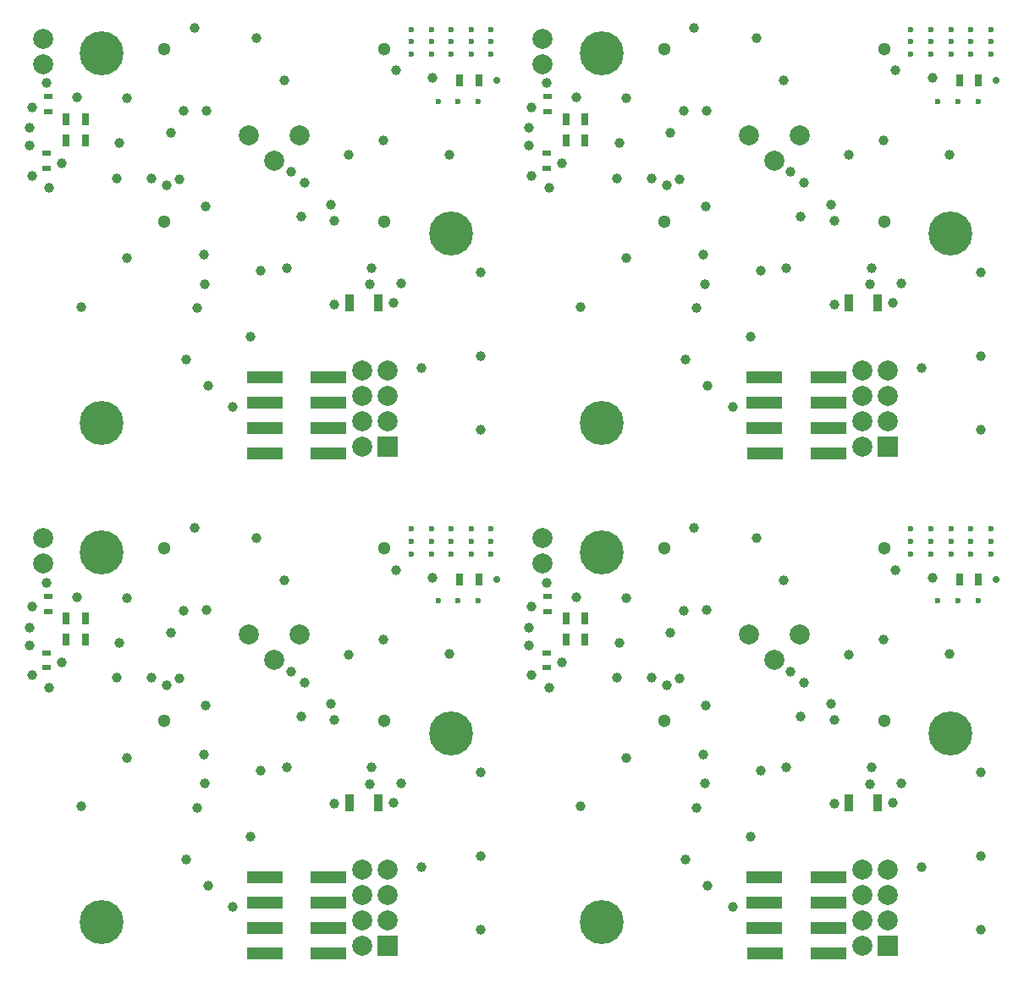
<source format=gbs>
G04 #@! TF.FileFunction,Soldermask,Bot*
%FSLAX46Y46*%
G04 Gerber Fmt 4.6, Leading zero omitted, Abs format (unit mm)*
G04 Created by KiCad (PCBNEW 4.0.4+dfsg1-stable) date Wed Mar  8 21:16:26 2017*
%MOMM*%
%LPD*%
G01*
G04 APERTURE LIST*
%ADD10C,0.100000*%
%ADD11R,0.700000X1.300000*%
%ADD12R,0.900000X1.700000*%
%ADD13R,0.900000X0.500000*%
%ADD14R,3.600000X1.270000*%
%ADD15C,2.000000*%
%ADD16C,1.300000*%
%ADD17R,2.000000X2.000000*%
%ADD18C,4.400000*%
%ADD19C,0.600000*%
%ADD20C,1.000000*%
%ADD21C,0.700000*%
G04 APERTURE END LIST*
D10*
D11*
X135900000Y-96900000D03*
X137800000Y-96900000D03*
X98450000Y-102900000D03*
X96550000Y-102900000D03*
X98450000Y-100800000D03*
X96550000Y-100800000D03*
D12*
X124850000Y-119200000D03*
X127750000Y-119200000D03*
D13*
X94700000Y-98550000D03*
X94700000Y-100050000D03*
X94600000Y-105700000D03*
X94600000Y-104200000D03*
D14*
X116400000Y-126660000D03*
X116400000Y-129200000D03*
X116400000Y-131740000D03*
X122800000Y-126660000D03*
X122800000Y-129200000D03*
X122775000Y-134280000D03*
X122800000Y-131740000D03*
X116425000Y-134280000D03*
D15*
X119900000Y-102400000D03*
X114820000Y-102400000D03*
X117360000Y-104940000D03*
D16*
X106360000Y-111050000D03*
X106360000Y-93750000D03*
X128360000Y-93750000D03*
X128360000Y-111050000D03*
D17*
X128700000Y-133540000D03*
D15*
X126160000Y-133540000D03*
X128700000Y-131000000D03*
X126160000Y-131000000D03*
X128700000Y-128460000D03*
X126160000Y-128460000D03*
X128700000Y-125920000D03*
X126160000Y-125920000D03*
D18*
X135000000Y-112250000D03*
D15*
X94200000Y-95270000D03*
X94200000Y-92730000D03*
D18*
X100100000Y-94200000D03*
X100100000Y-131200000D03*
D19*
X131050000Y-94300000D03*
X131050000Y-93050000D03*
X133750000Y-99000000D03*
X137750000Y-99000000D03*
X135750000Y-99000000D03*
X135050000Y-94300000D03*
X135050000Y-93050000D03*
X133050000Y-93050000D03*
X133050000Y-91800000D03*
X131050000Y-91800000D03*
X133050000Y-94300000D03*
X135050000Y-91800000D03*
X137050000Y-93050000D03*
X137050000Y-91800000D03*
X137050000Y-94300000D03*
X139050000Y-93050000D03*
X139050000Y-91800000D03*
X139050000Y-94300000D03*
D11*
X185900000Y-96900000D03*
X187800000Y-96900000D03*
X148450000Y-102900000D03*
X146550000Y-102900000D03*
X148450000Y-100800000D03*
X146550000Y-100800000D03*
D12*
X174850000Y-119200000D03*
X177750000Y-119200000D03*
D13*
X144700000Y-98550000D03*
X144700000Y-100050000D03*
X144600000Y-105700000D03*
X144600000Y-104200000D03*
D14*
X166400000Y-126660000D03*
X166400000Y-129200000D03*
X166400000Y-131740000D03*
X172800000Y-126660000D03*
X172800000Y-129200000D03*
X172775000Y-134280000D03*
X172800000Y-131740000D03*
X166425000Y-134280000D03*
D15*
X169900000Y-102400000D03*
X164820000Y-102400000D03*
X167360000Y-104940000D03*
D16*
X156360000Y-111050000D03*
X156360000Y-93750000D03*
X178360000Y-93750000D03*
X178360000Y-111050000D03*
D17*
X178700000Y-133540000D03*
D15*
X176160000Y-133540000D03*
X178700000Y-131000000D03*
X176160000Y-131000000D03*
X178700000Y-128460000D03*
X176160000Y-128460000D03*
X178700000Y-125920000D03*
X176160000Y-125920000D03*
D18*
X185000000Y-112250000D03*
D15*
X144200000Y-95270000D03*
X144200000Y-92730000D03*
D18*
X150100000Y-94200000D03*
X150100000Y-131200000D03*
D19*
X181050000Y-94300000D03*
X181050000Y-93050000D03*
X183750000Y-99000000D03*
X187750000Y-99000000D03*
X185750000Y-99000000D03*
X185050000Y-94300000D03*
X185050000Y-93050000D03*
X183050000Y-93050000D03*
X183050000Y-91800000D03*
X181050000Y-91800000D03*
X183050000Y-94300000D03*
X185050000Y-91800000D03*
X187050000Y-93050000D03*
X187050000Y-91800000D03*
X187050000Y-94300000D03*
X189050000Y-93050000D03*
X189050000Y-91800000D03*
X189050000Y-94300000D03*
D11*
X185900000Y-46900000D03*
X187800000Y-46900000D03*
X148450000Y-52900000D03*
X146550000Y-52900000D03*
X148450000Y-50800000D03*
X146550000Y-50800000D03*
D12*
X174850000Y-69200000D03*
X177750000Y-69200000D03*
D13*
X144700000Y-48550000D03*
X144700000Y-50050000D03*
X144600000Y-55700000D03*
X144600000Y-54200000D03*
D14*
X166400000Y-76660000D03*
X166400000Y-79200000D03*
X166400000Y-81740000D03*
X172800000Y-76660000D03*
X172800000Y-79200000D03*
X172775000Y-84280000D03*
X172800000Y-81740000D03*
X166425000Y-84280000D03*
D15*
X169900000Y-52400000D03*
X164820000Y-52400000D03*
X167360000Y-54940000D03*
D16*
X156360000Y-61050000D03*
X156360000Y-43750000D03*
X178360000Y-43750000D03*
X178360000Y-61050000D03*
D17*
X178700000Y-83540000D03*
D15*
X176160000Y-83540000D03*
X178700000Y-81000000D03*
X176160000Y-81000000D03*
X178700000Y-78460000D03*
X176160000Y-78460000D03*
X178700000Y-75920000D03*
X176160000Y-75920000D03*
D18*
X185000000Y-62250000D03*
D15*
X144200000Y-45270000D03*
X144200000Y-42730000D03*
D18*
X150100000Y-44200000D03*
X150100000Y-81200000D03*
D19*
X181050000Y-44300000D03*
X181050000Y-43050000D03*
X183750000Y-49000000D03*
X187750000Y-49000000D03*
X185750000Y-49000000D03*
X185050000Y-44300000D03*
X185050000Y-43050000D03*
X183050000Y-43050000D03*
X183050000Y-41800000D03*
X181050000Y-41800000D03*
X183050000Y-44300000D03*
X185050000Y-41800000D03*
X187050000Y-43050000D03*
X187050000Y-41800000D03*
X187050000Y-44300000D03*
X189050000Y-43050000D03*
X189050000Y-41800000D03*
X189050000Y-44300000D03*
X137050000Y-44300000D03*
X139050000Y-44300000D03*
X131050000Y-44300000D03*
X135050000Y-44300000D03*
X133050000Y-44300000D03*
X137050000Y-41800000D03*
X139050000Y-41800000D03*
X131050000Y-41800000D03*
X135050000Y-41800000D03*
X133050000Y-41800000D03*
X139050000Y-43050000D03*
X137050000Y-43050000D03*
X131050000Y-43050000D03*
X133050000Y-43050000D03*
X135050000Y-43050000D03*
X137750000Y-49000000D03*
X135750000Y-49000000D03*
X133750000Y-49000000D03*
D12*
X124850000Y-69200000D03*
X127750000Y-69200000D03*
D18*
X100100000Y-44200000D03*
X135000000Y-62250000D03*
D11*
X98450000Y-52900000D03*
X96550000Y-52900000D03*
X135900000Y-46900000D03*
X137800000Y-46900000D03*
X98450000Y-50800000D03*
X96550000Y-50800000D03*
D15*
X94200000Y-45270000D03*
X94200000Y-42730000D03*
D13*
X94700000Y-48550000D03*
X94700000Y-50050000D03*
X94600000Y-55700000D03*
X94600000Y-54200000D03*
D14*
X116400000Y-76660000D03*
X116400000Y-79200000D03*
X116400000Y-81740000D03*
X122800000Y-76660000D03*
X122800000Y-79200000D03*
X122775000Y-84280000D03*
X122800000Y-81740000D03*
X116425000Y-84280000D03*
D18*
X100100000Y-81200000D03*
D17*
X128700000Y-83540000D03*
D15*
X126160000Y-83540000D03*
X128700000Y-81000000D03*
X126160000Y-81000000D03*
X128700000Y-78460000D03*
X126160000Y-78460000D03*
X128700000Y-75920000D03*
X126160000Y-75920000D03*
X119900000Y-52400000D03*
X114820000Y-52400000D03*
X117360000Y-54940000D03*
D16*
X106360000Y-61050000D03*
X106360000Y-43750000D03*
X128360000Y-43750000D03*
X128360000Y-61050000D03*
D20*
X138000000Y-124550000D03*
X138000000Y-116150000D03*
X138010000Y-131900000D03*
D21*
X139600000Y-96900000D03*
D20*
X134900000Y-104350000D03*
X123350000Y-110950006D03*
X121800000Y-126700000D03*
X102600000Y-114700000D03*
X98000000Y-119600000D03*
X116000000Y-116000000D03*
X110500000Y-109500000D03*
X119000000Y-106100000D03*
X92850000Y-101700000D03*
X188000000Y-124550000D03*
X188000000Y-116150000D03*
X188010000Y-131900000D03*
D21*
X189600000Y-96900000D03*
D20*
X184900000Y-104350000D03*
X173350000Y-110950006D03*
X171800000Y-126700000D03*
X152600000Y-114700000D03*
X148000000Y-119600000D03*
X166000000Y-116000000D03*
X160500000Y-109500000D03*
X169000000Y-106100000D03*
X142850000Y-101700000D03*
X188000000Y-74550000D03*
X188000000Y-66150000D03*
X188010000Y-81900000D03*
D21*
X189600000Y-46900000D03*
D20*
X184900000Y-54350000D03*
X173350000Y-60950006D03*
X171800000Y-76700000D03*
X152600000Y-64700000D03*
X148000000Y-69600000D03*
X166000000Y-66000000D03*
X160500000Y-59500000D03*
X169000000Y-56100000D03*
X142850000Y-51700000D03*
X138000000Y-74550000D03*
X138000000Y-66150000D03*
X134900000Y-54350000D03*
X138010000Y-81900000D03*
D21*
X139600000Y-46900000D03*
D20*
X121800000Y-76700000D03*
X116000000Y-66000000D03*
X119000000Y-56100000D03*
X110500000Y-59500000D03*
X123350000Y-60950006D03*
X102600000Y-64700000D03*
X92850000Y-51700000D03*
X98000000Y-69600000D03*
X123050000Y-109350000D03*
X120350000Y-107200008D03*
X116400000Y-126660000D03*
X173050000Y-109350000D03*
X170350000Y-107200008D03*
X166400000Y-126660000D03*
X173050000Y-59350000D03*
X170350000Y-57200008D03*
X166400000Y-76660000D03*
X123050000Y-59350000D03*
X116400000Y-76660000D03*
X120350000Y-57200008D03*
X132100000Y-125700000D03*
X127099994Y-115700000D03*
X118599998Y-115700000D03*
X182100000Y-125700000D03*
X177099994Y-115700000D03*
X168599998Y-115700000D03*
X182100000Y-75700000D03*
X177099994Y-65700000D03*
X168599998Y-65700000D03*
X127099994Y-65700000D03*
X132100000Y-75700000D03*
X118599998Y-65700000D03*
X133200000Y-96700000D03*
X129492798Y-95900000D03*
X94850000Y-107699988D03*
X101850000Y-103200000D03*
X105100000Y-106700000D03*
X109350000Y-91700000D03*
X183200000Y-96700000D03*
X179492798Y-95900000D03*
X144850000Y-107699988D03*
X151850000Y-103200000D03*
X155100000Y-106700000D03*
X159350000Y-91700000D03*
X183200000Y-46700000D03*
X179492798Y-45900000D03*
X144850000Y-57699988D03*
X151850000Y-53200000D03*
X155100000Y-56700000D03*
X159350000Y-41700000D03*
X129492798Y-45900000D03*
X133200000Y-46700000D03*
X94850000Y-57699988D03*
X101850000Y-53200000D03*
X105100000Y-56700000D03*
X109350000Y-41700000D03*
X115600000Y-92700000D03*
X118350000Y-96950000D03*
X165600000Y-92700000D03*
X168350000Y-96950000D03*
X165600000Y-42700000D03*
X168350000Y-46950000D03*
X115600000Y-42700000D03*
X118350000Y-46950000D03*
X110600000Y-99950000D03*
X108300000Y-100000000D03*
X160600000Y-99950000D03*
X158300000Y-100000000D03*
X160600000Y-49950000D03*
X158300000Y-50000000D03*
X108300000Y-50000000D03*
X110600000Y-49950000D03*
X107000000Y-102199998D03*
X102600000Y-98700000D03*
X157000000Y-102199998D03*
X152600000Y-98700000D03*
X157000000Y-52199998D03*
X152600000Y-48700000D03*
X107000000Y-52199998D03*
X102600000Y-48700000D03*
X101600000Y-106700000D03*
X96100000Y-105200000D03*
X151600000Y-106700000D03*
X146100000Y-105200000D03*
X151600000Y-56700000D03*
X146100000Y-55200000D03*
X101600000Y-56700000D03*
X96100000Y-55200000D03*
X123350000Y-119350000D03*
X173350000Y-119350000D03*
X173350000Y-69350000D03*
X123350000Y-69350000D03*
X129250000Y-119200000D03*
X179250000Y-119200000D03*
X179250000Y-69200000D03*
X129250000Y-69200000D03*
X93100000Y-99610000D03*
X143100000Y-99610000D03*
X143100000Y-49610000D03*
X93100000Y-49610000D03*
X106600000Y-107450000D03*
X94600000Y-97200000D03*
X97600000Y-98650002D03*
X156600000Y-107450000D03*
X144600000Y-97200000D03*
X147600000Y-98650002D03*
X156600000Y-57450000D03*
X144600000Y-47200000D03*
X147600000Y-48650002D03*
X97600000Y-48650002D03*
X94600000Y-47200000D03*
X106600000Y-57450000D03*
X113200000Y-129600000D03*
X163200000Y-129600000D03*
X163200000Y-79600000D03*
X113200000Y-79600000D03*
X110300000Y-114395980D03*
X160300000Y-114395980D03*
X160300000Y-64395980D03*
X110300000Y-64395980D03*
X110700000Y-127500000D03*
X160700000Y-127500000D03*
X160700000Y-77500000D03*
X110700000Y-77500000D03*
X108500000Y-124900000D03*
X158500000Y-124900000D03*
X158500000Y-74900000D03*
X108500000Y-74900000D03*
X110400000Y-117300000D03*
X160400000Y-117300000D03*
X160400000Y-67300000D03*
X110400000Y-67300000D03*
X109600002Y-119700000D03*
X159600002Y-119700000D03*
X159600002Y-69700000D03*
X109600002Y-69700000D03*
X120014475Y-110558746D03*
X115000000Y-122600000D03*
X170014475Y-110558746D03*
X165000000Y-122600000D03*
X170014475Y-60558746D03*
X165000000Y-72600000D03*
X115000000Y-72600000D03*
X120014475Y-60558746D03*
X92850000Y-103450000D03*
X142850000Y-103450000D03*
X142850000Y-53450000D03*
X92850000Y-53450000D03*
X130050000Y-117250000D03*
X126950000Y-117350000D03*
X180050000Y-117250000D03*
X176950000Y-117350000D03*
X180050000Y-67250000D03*
X176950000Y-67350000D03*
X130050000Y-67250000D03*
X126950000Y-67350000D03*
X128300000Y-102900000D03*
X124800000Y-104400000D03*
X178300000Y-102900000D03*
X174800000Y-104400000D03*
X178300000Y-52900000D03*
X174800000Y-54400000D03*
X128300000Y-52900000D03*
X124800000Y-54400000D03*
X93100000Y-106450000D03*
X107900000Y-106800000D03*
X143100000Y-106450000D03*
X157900000Y-106800000D03*
X143100000Y-56450000D03*
X157900000Y-56800000D03*
X107900000Y-56800000D03*
X93100000Y-56450000D03*
M02*

</source>
